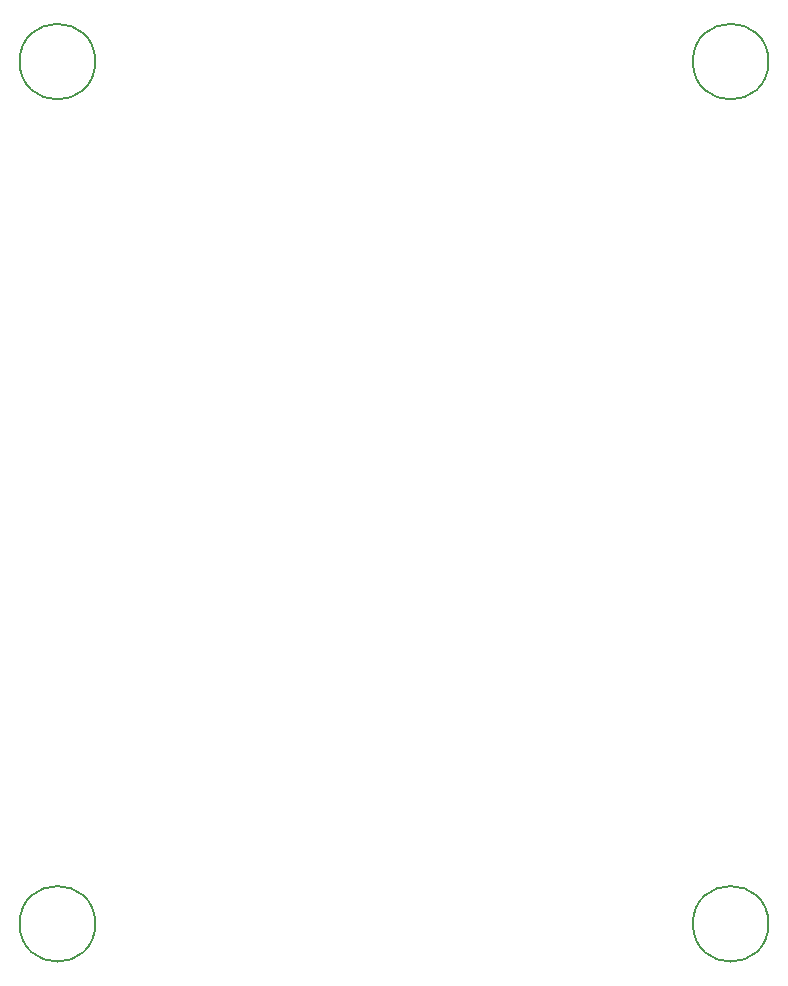
<source format=gbr>
%TF.GenerationSoftware,KiCad,Pcbnew,(6.0.0)*%
%TF.CreationDate,2022-05-13T18:06:45+02:00*%
%TF.ProjectId,Carte Actionneur petit robot JLC PCB,43617274-6520-4416-9374-696f6e6e6575,rev?*%
%TF.SameCoordinates,Original*%
%TF.FileFunction,Other,Comment*%
%FSLAX46Y46*%
G04 Gerber Fmt 4.6, Leading zero omitted, Abs format (unit mm)*
G04 Created by KiCad (PCBNEW (6.0.0)) date 2022-05-13 18:06:45*
%MOMM*%
%LPD*%
G01*
G04 APERTURE LIST*
%ADD10C,0.150000*%
G04 APERTURE END LIST*
D10*
%TO.C,REF\u002A\u002A*%
X203200000Y-136000000D02*
G75*
G03*
X203200000Y-136000000I-3200000J0D01*
G01*
X146200000Y-63000000D02*
G75*
G03*
X146200000Y-63000000I-3200000J0D01*
G01*
X146200000Y-136000000D02*
G75*
G03*
X146200000Y-136000000I-3200000J0D01*
G01*
X203200000Y-63000000D02*
G75*
G03*
X203200000Y-63000000I-3200000J0D01*
G01*
%TD*%
M02*

</source>
